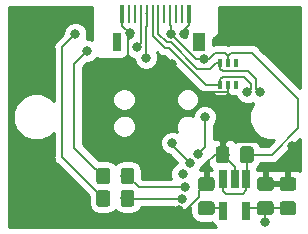
<source format=gbr>
G04 #@! TF.GenerationSoftware,KiCad,Pcbnew,(5.0.0)*
G04 #@! TF.CreationDate,2019-02-26T00:55:46+01:00*
G04 #@! TF.ProjectId,OpenThermalCamera,4F70656E546865726D616C43616D6572,rev?*
G04 #@! TF.SameCoordinates,Original*
G04 #@! TF.FileFunction,Copper,L1,Top,Signal*
G04 #@! TF.FilePolarity,Positive*
%FSLAX46Y46*%
G04 Gerber Fmt 4.6, Leading zero omitted, Abs format (unit mm)*
G04 Created by KiCad (PCBNEW (5.0.0)) date 02/26/19 00:55:46*
%MOMM*%
%LPD*%
G01*
G04 APERTURE LIST*
G04 #@! TA.AperFunction,ComponentPad*
%ADD10R,0.700000X1.500000*%
G04 #@! TD*
G04 #@! TA.AperFunction,ComponentPad*
%ADD11R,1.000000X1.500000*%
G04 #@! TD*
G04 #@! TA.AperFunction,SMDPad,CuDef*
%ADD12R,0.410000X1.550000*%
G04 #@! TD*
G04 #@! TA.AperFunction,SMDPad,CuDef*
%ADD13R,0.260000X1.550000*%
G04 #@! TD*
G04 #@! TA.AperFunction,Conductor*
%ADD14C,0.100000*%
G04 #@! TD*
G04 #@! TA.AperFunction,SMDPad,CuDef*
%ADD15C,1.150000*%
G04 #@! TD*
G04 #@! TA.AperFunction,SMDPad,CuDef*
%ADD16R,0.650000X1.560000*%
G04 #@! TD*
G04 #@! TA.AperFunction,SMDPad,CuDef*
%ADD17R,0.400000X0.650000*%
G04 #@! TD*
G04 #@! TA.AperFunction,ViaPad*
%ADD18C,0.800000*%
G04 #@! TD*
G04 #@! TA.AperFunction,Conductor*
%ADD19C,0.200000*%
G04 #@! TD*
G04 #@! TA.AperFunction,Conductor*
%ADD20C,0.254000*%
G04 #@! TD*
G04 APERTURE END LIST*
D10*
G04 #@! TO.P,J2,S1*
G04 #@! TO.N,N/C*
X36800000Y-30700000D03*
D11*
X43825000Y-30700000D03*
D12*
G04 #@! TO.P,J2,A1*
G04 #@! TO.N,GND*
X37275000Y-28300000D03*
G04 #@! TO.P,J2,A12*
X42925000Y-28300000D03*
D13*
G04 #@! TO.P,J2,A11*
G04 #@! TO.N,Net-(J2-PadA11)*
X42350000Y-28300000D03*
G04 #@! TO.P,J2,A10*
G04 #@! TO.N,Net-(J2-PadA10)*
X41850000Y-28300000D03*
G04 #@! TO.P,J2,A9*
G04 #@! TO.N,+5V*
X41350000Y-28300000D03*
G04 #@! TO.P,J2,A8*
G04 #@! TO.N,Net-(J2-PadA8)*
X40850000Y-28300000D03*
G04 #@! TO.P,J2,A7*
G04 #@! TO.N,/USB_N*
X40350000Y-28300000D03*
G04 #@! TO.P,J2,A6*
G04 #@! TO.N,/USB_P*
X39850000Y-28300000D03*
G04 #@! TO.P,J2,A5*
G04 #@! TO.N,Net-(J2-PadA5)*
X39350000Y-28300000D03*
G04 #@! TO.P,J2,A4*
G04 #@! TO.N,+5V*
X38850000Y-28300000D03*
G04 #@! TO.P,J2,A3*
G04 #@! TO.N,Net-(J2-PadA3)*
X38350000Y-28300000D03*
G04 #@! TO.P,J2,A2*
G04 #@! TO.N,Net-(J2-PadA2)*
X37850000Y-28300000D03*
G04 #@! TD*
D14*
G04 #@! TO.N,GND*
G04 #@! TO.C,C6*
G36*
X51774505Y-42101204D02*
X51798773Y-42104804D01*
X51822572Y-42110765D01*
X51845671Y-42119030D01*
X51867850Y-42129520D01*
X51888893Y-42142132D01*
X51908599Y-42156747D01*
X51926777Y-42173223D01*
X51943253Y-42191401D01*
X51957868Y-42211107D01*
X51970480Y-42232150D01*
X51980970Y-42254329D01*
X51989235Y-42277428D01*
X51995196Y-42301227D01*
X51998796Y-42325495D01*
X52000000Y-42349999D01*
X52000000Y-43000001D01*
X51998796Y-43024505D01*
X51995196Y-43048773D01*
X51989235Y-43072572D01*
X51980970Y-43095671D01*
X51970480Y-43117850D01*
X51957868Y-43138893D01*
X51943253Y-43158599D01*
X51926777Y-43176777D01*
X51908599Y-43193253D01*
X51888893Y-43207868D01*
X51867850Y-43220480D01*
X51845671Y-43230970D01*
X51822572Y-43239235D01*
X51798773Y-43245196D01*
X51774505Y-43248796D01*
X51750001Y-43250000D01*
X50849999Y-43250000D01*
X50825495Y-43248796D01*
X50801227Y-43245196D01*
X50777428Y-43239235D01*
X50754329Y-43230970D01*
X50732150Y-43220480D01*
X50711107Y-43207868D01*
X50691401Y-43193253D01*
X50673223Y-43176777D01*
X50656747Y-43158599D01*
X50642132Y-43138893D01*
X50629520Y-43117850D01*
X50619030Y-43095671D01*
X50610765Y-43072572D01*
X50604804Y-43048773D01*
X50601204Y-43024505D01*
X50600000Y-43000001D01*
X50600000Y-42349999D01*
X50601204Y-42325495D01*
X50604804Y-42301227D01*
X50610765Y-42277428D01*
X50619030Y-42254329D01*
X50629520Y-42232150D01*
X50642132Y-42211107D01*
X50656747Y-42191401D01*
X50673223Y-42173223D01*
X50691401Y-42156747D01*
X50711107Y-42142132D01*
X50732150Y-42129520D01*
X50754329Y-42119030D01*
X50777428Y-42110765D01*
X50801227Y-42104804D01*
X50825495Y-42101204D01*
X50849999Y-42100000D01*
X51750001Y-42100000D01*
X51774505Y-42101204D01*
X51774505Y-42101204D01*
G37*
D15*
G04 #@! TD*
G04 #@! TO.P,C6,2*
G04 #@! TO.N,GND*
X51300000Y-42675000D03*
D14*
G04 #@! TO.N,+3V3*
G04 #@! TO.C,C6*
G36*
X51774505Y-44151204D02*
X51798773Y-44154804D01*
X51822572Y-44160765D01*
X51845671Y-44169030D01*
X51867850Y-44179520D01*
X51888893Y-44192132D01*
X51908599Y-44206747D01*
X51926777Y-44223223D01*
X51943253Y-44241401D01*
X51957868Y-44261107D01*
X51970480Y-44282150D01*
X51980970Y-44304329D01*
X51989235Y-44327428D01*
X51995196Y-44351227D01*
X51998796Y-44375495D01*
X52000000Y-44399999D01*
X52000000Y-45050001D01*
X51998796Y-45074505D01*
X51995196Y-45098773D01*
X51989235Y-45122572D01*
X51980970Y-45145671D01*
X51970480Y-45167850D01*
X51957868Y-45188893D01*
X51943253Y-45208599D01*
X51926777Y-45226777D01*
X51908599Y-45243253D01*
X51888893Y-45257868D01*
X51867850Y-45270480D01*
X51845671Y-45280970D01*
X51822572Y-45289235D01*
X51798773Y-45295196D01*
X51774505Y-45298796D01*
X51750001Y-45300000D01*
X50849999Y-45300000D01*
X50825495Y-45298796D01*
X50801227Y-45295196D01*
X50777428Y-45289235D01*
X50754329Y-45280970D01*
X50732150Y-45270480D01*
X50711107Y-45257868D01*
X50691401Y-45243253D01*
X50673223Y-45226777D01*
X50656747Y-45208599D01*
X50642132Y-45188893D01*
X50629520Y-45167850D01*
X50619030Y-45145671D01*
X50610765Y-45122572D01*
X50604804Y-45098773D01*
X50601204Y-45074505D01*
X50600000Y-45050001D01*
X50600000Y-44399999D01*
X50601204Y-44375495D01*
X50604804Y-44351227D01*
X50610765Y-44327428D01*
X50619030Y-44304329D01*
X50629520Y-44282150D01*
X50642132Y-44261107D01*
X50656747Y-44241401D01*
X50673223Y-44223223D01*
X50691401Y-44206747D01*
X50711107Y-44192132D01*
X50732150Y-44179520D01*
X50754329Y-44169030D01*
X50777428Y-44160765D01*
X50801227Y-44154804D01*
X50825495Y-44151204D01*
X50849999Y-44150000D01*
X51750001Y-44150000D01*
X51774505Y-44151204D01*
X51774505Y-44151204D01*
G37*
D15*
G04 #@! TD*
G04 #@! TO.P,C6,1*
G04 #@! TO.N,+3V3*
X51300000Y-44725000D03*
D14*
G04 #@! TO.N,GND*
G04 #@! TO.C,C3*
G36*
X46124505Y-39501204D02*
X46148773Y-39504804D01*
X46172572Y-39510765D01*
X46195671Y-39519030D01*
X46217850Y-39529520D01*
X46238893Y-39542132D01*
X46258599Y-39556747D01*
X46276777Y-39573223D01*
X46293253Y-39591401D01*
X46307868Y-39611107D01*
X46320480Y-39632150D01*
X46330970Y-39654329D01*
X46339235Y-39677428D01*
X46345196Y-39701227D01*
X46348796Y-39725495D01*
X46350000Y-39749999D01*
X46350000Y-40650001D01*
X46348796Y-40674505D01*
X46345196Y-40698773D01*
X46339235Y-40722572D01*
X46330970Y-40745671D01*
X46320480Y-40767850D01*
X46307868Y-40788893D01*
X46293253Y-40808599D01*
X46276777Y-40826777D01*
X46258599Y-40843253D01*
X46238893Y-40857868D01*
X46217850Y-40870480D01*
X46195671Y-40880970D01*
X46172572Y-40889235D01*
X46148773Y-40895196D01*
X46124505Y-40898796D01*
X46100001Y-40900000D01*
X45449999Y-40900000D01*
X45425495Y-40898796D01*
X45401227Y-40895196D01*
X45377428Y-40889235D01*
X45354329Y-40880970D01*
X45332150Y-40870480D01*
X45311107Y-40857868D01*
X45291401Y-40843253D01*
X45273223Y-40826777D01*
X45256747Y-40808599D01*
X45242132Y-40788893D01*
X45229520Y-40767850D01*
X45219030Y-40745671D01*
X45210765Y-40722572D01*
X45204804Y-40698773D01*
X45201204Y-40674505D01*
X45200000Y-40650001D01*
X45200000Y-39749999D01*
X45201204Y-39725495D01*
X45204804Y-39701227D01*
X45210765Y-39677428D01*
X45219030Y-39654329D01*
X45229520Y-39632150D01*
X45242132Y-39611107D01*
X45256747Y-39591401D01*
X45273223Y-39573223D01*
X45291401Y-39556747D01*
X45311107Y-39542132D01*
X45332150Y-39529520D01*
X45354329Y-39519030D01*
X45377428Y-39510765D01*
X45401227Y-39504804D01*
X45425495Y-39501204D01*
X45449999Y-39500000D01*
X46100001Y-39500000D01*
X46124505Y-39501204D01*
X46124505Y-39501204D01*
G37*
D15*
G04 #@! TD*
G04 #@! TO.P,C3,2*
G04 #@! TO.N,GND*
X45775000Y-40200000D03*
D14*
G04 #@! TO.N,+5V*
G04 #@! TO.C,C3*
G36*
X48174505Y-39501204D02*
X48198773Y-39504804D01*
X48222572Y-39510765D01*
X48245671Y-39519030D01*
X48267850Y-39529520D01*
X48288893Y-39542132D01*
X48308599Y-39556747D01*
X48326777Y-39573223D01*
X48343253Y-39591401D01*
X48357868Y-39611107D01*
X48370480Y-39632150D01*
X48380970Y-39654329D01*
X48389235Y-39677428D01*
X48395196Y-39701227D01*
X48398796Y-39725495D01*
X48400000Y-39749999D01*
X48400000Y-40650001D01*
X48398796Y-40674505D01*
X48395196Y-40698773D01*
X48389235Y-40722572D01*
X48380970Y-40745671D01*
X48370480Y-40767850D01*
X48357868Y-40788893D01*
X48343253Y-40808599D01*
X48326777Y-40826777D01*
X48308599Y-40843253D01*
X48288893Y-40857868D01*
X48267850Y-40870480D01*
X48245671Y-40880970D01*
X48222572Y-40889235D01*
X48198773Y-40895196D01*
X48174505Y-40898796D01*
X48150001Y-40900000D01*
X47499999Y-40900000D01*
X47475495Y-40898796D01*
X47451227Y-40895196D01*
X47427428Y-40889235D01*
X47404329Y-40880970D01*
X47382150Y-40870480D01*
X47361107Y-40857868D01*
X47341401Y-40843253D01*
X47323223Y-40826777D01*
X47306747Y-40808599D01*
X47292132Y-40788893D01*
X47279520Y-40767850D01*
X47269030Y-40745671D01*
X47260765Y-40722572D01*
X47254804Y-40698773D01*
X47251204Y-40674505D01*
X47250000Y-40650001D01*
X47250000Y-39749999D01*
X47251204Y-39725495D01*
X47254804Y-39701227D01*
X47260765Y-39677428D01*
X47269030Y-39654329D01*
X47279520Y-39632150D01*
X47292132Y-39611107D01*
X47306747Y-39591401D01*
X47323223Y-39573223D01*
X47341401Y-39556747D01*
X47361107Y-39542132D01*
X47382150Y-39529520D01*
X47404329Y-39519030D01*
X47427428Y-39510765D01*
X47451227Y-39504804D01*
X47475495Y-39501204D01*
X47499999Y-39500000D01*
X48150001Y-39500000D01*
X48174505Y-39501204D01*
X48174505Y-39501204D01*
G37*
D15*
G04 #@! TD*
G04 #@! TO.P,C3,1*
G04 #@! TO.N,+5V*
X47825000Y-40200000D03*
D14*
G04 #@! TO.N,GND*
G04 #@! TO.C,C2*
G36*
X44874505Y-42101204D02*
X44898773Y-42104804D01*
X44922572Y-42110765D01*
X44945671Y-42119030D01*
X44967850Y-42129520D01*
X44988893Y-42142132D01*
X45008599Y-42156747D01*
X45026777Y-42173223D01*
X45043253Y-42191401D01*
X45057868Y-42211107D01*
X45070480Y-42232150D01*
X45080970Y-42254329D01*
X45089235Y-42277428D01*
X45095196Y-42301227D01*
X45098796Y-42325495D01*
X45100000Y-42349999D01*
X45100000Y-43000001D01*
X45098796Y-43024505D01*
X45095196Y-43048773D01*
X45089235Y-43072572D01*
X45080970Y-43095671D01*
X45070480Y-43117850D01*
X45057868Y-43138893D01*
X45043253Y-43158599D01*
X45026777Y-43176777D01*
X45008599Y-43193253D01*
X44988893Y-43207868D01*
X44967850Y-43220480D01*
X44945671Y-43230970D01*
X44922572Y-43239235D01*
X44898773Y-43245196D01*
X44874505Y-43248796D01*
X44850001Y-43250000D01*
X43949999Y-43250000D01*
X43925495Y-43248796D01*
X43901227Y-43245196D01*
X43877428Y-43239235D01*
X43854329Y-43230970D01*
X43832150Y-43220480D01*
X43811107Y-43207868D01*
X43791401Y-43193253D01*
X43773223Y-43176777D01*
X43756747Y-43158599D01*
X43742132Y-43138893D01*
X43729520Y-43117850D01*
X43719030Y-43095671D01*
X43710765Y-43072572D01*
X43704804Y-43048773D01*
X43701204Y-43024505D01*
X43700000Y-43000001D01*
X43700000Y-42349999D01*
X43701204Y-42325495D01*
X43704804Y-42301227D01*
X43710765Y-42277428D01*
X43719030Y-42254329D01*
X43729520Y-42232150D01*
X43742132Y-42211107D01*
X43756747Y-42191401D01*
X43773223Y-42173223D01*
X43791401Y-42156747D01*
X43811107Y-42142132D01*
X43832150Y-42129520D01*
X43854329Y-42119030D01*
X43877428Y-42110765D01*
X43901227Y-42104804D01*
X43925495Y-42101204D01*
X43949999Y-42100000D01*
X44850001Y-42100000D01*
X44874505Y-42101204D01*
X44874505Y-42101204D01*
G37*
D15*
G04 #@! TD*
G04 #@! TO.P,C2,2*
G04 #@! TO.N,GND*
X44400000Y-42675000D03*
D14*
G04 #@! TO.N,Net-(C2-Pad1)*
G04 #@! TO.C,C2*
G36*
X44874505Y-44151204D02*
X44898773Y-44154804D01*
X44922572Y-44160765D01*
X44945671Y-44169030D01*
X44967850Y-44179520D01*
X44988893Y-44192132D01*
X45008599Y-44206747D01*
X45026777Y-44223223D01*
X45043253Y-44241401D01*
X45057868Y-44261107D01*
X45070480Y-44282150D01*
X45080970Y-44304329D01*
X45089235Y-44327428D01*
X45095196Y-44351227D01*
X45098796Y-44375495D01*
X45100000Y-44399999D01*
X45100000Y-45050001D01*
X45098796Y-45074505D01*
X45095196Y-45098773D01*
X45089235Y-45122572D01*
X45080970Y-45145671D01*
X45070480Y-45167850D01*
X45057868Y-45188893D01*
X45043253Y-45208599D01*
X45026777Y-45226777D01*
X45008599Y-45243253D01*
X44988893Y-45257868D01*
X44967850Y-45270480D01*
X44945671Y-45280970D01*
X44922572Y-45289235D01*
X44898773Y-45295196D01*
X44874505Y-45298796D01*
X44850001Y-45300000D01*
X43949999Y-45300000D01*
X43925495Y-45298796D01*
X43901227Y-45295196D01*
X43877428Y-45289235D01*
X43854329Y-45280970D01*
X43832150Y-45270480D01*
X43811107Y-45257868D01*
X43791401Y-45243253D01*
X43773223Y-45226777D01*
X43756747Y-45208599D01*
X43742132Y-45188893D01*
X43729520Y-45167850D01*
X43719030Y-45145671D01*
X43710765Y-45122572D01*
X43704804Y-45098773D01*
X43701204Y-45074505D01*
X43700000Y-45050001D01*
X43700000Y-44399999D01*
X43701204Y-44375495D01*
X43704804Y-44351227D01*
X43710765Y-44327428D01*
X43719030Y-44304329D01*
X43729520Y-44282150D01*
X43742132Y-44261107D01*
X43756747Y-44241401D01*
X43773223Y-44223223D01*
X43791401Y-44206747D01*
X43811107Y-44192132D01*
X43832150Y-44179520D01*
X43854329Y-44169030D01*
X43877428Y-44160765D01*
X43901227Y-44154804D01*
X43925495Y-44151204D01*
X43949999Y-44150000D01*
X44850001Y-44150000D01*
X44874505Y-44151204D01*
X44874505Y-44151204D01*
G37*
D15*
G04 #@! TD*
G04 #@! TO.P,C2,1*
G04 #@! TO.N,Net-(C2-Pad1)*
X44400000Y-44725000D03*
D14*
G04 #@! TO.N,+3V3*
G04 #@! TO.C,C1*
G36*
X49874505Y-44151204D02*
X49898773Y-44154804D01*
X49922572Y-44160765D01*
X49945671Y-44169030D01*
X49967850Y-44179520D01*
X49988893Y-44192132D01*
X50008599Y-44206747D01*
X50026777Y-44223223D01*
X50043253Y-44241401D01*
X50057868Y-44261107D01*
X50070480Y-44282150D01*
X50080970Y-44304329D01*
X50089235Y-44327428D01*
X50095196Y-44351227D01*
X50098796Y-44375495D01*
X50100000Y-44399999D01*
X50100000Y-45050001D01*
X50098796Y-45074505D01*
X50095196Y-45098773D01*
X50089235Y-45122572D01*
X50080970Y-45145671D01*
X50070480Y-45167850D01*
X50057868Y-45188893D01*
X50043253Y-45208599D01*
X50026777Y-45226777D01*
X50008599Y-45243253D01*
X49988893Y-45257868D01*
X49967850Y-45270480D01*
X49945671Y-45280970D01*
X49922572Y-45289235D01*
X49898773Y-45295196D01*
X49874505Y-45298796D01*
X49850001Y-45300000D01*
X48949999Y-45300000D01*
X48925495Y-45298796D01*
X48901227Y-45295196D01*
X48877428Y-45289235D01*
X48854329Y-45280970D01*
X48832150Y-45270480D01*
X48811107Y-45257868D01*
X48791401Y-45243253D01*
X48773223Y-45226777D01*
X48756747Y-45208599D01*
X48742132Y-45188893D01*
X48729520Y-45167850D01*
X48719030Y-45145671D01*
X48710765Y-45122572D01*
X48704804Y-45098773D01*
X48701204Y-45074505D01*
X48700000Y-45050001D01*
X48700000Y-44399999D01*
X48701204Y-44375495D01*
X48704804Y-44351227D01*
X48710765Y-44327428D01*
X48719030Y-44304329D01*
X48729520Y-44282150D01*
X48742132Y-44261107D01*
X48756747Y-44241401D01*
X48773223Y-44223223D01*
X48791401Y-44206747D01*
X48811107Y-44192132D01*
X48832150Y-44179520D01*
X48854329Y-44169030D01*
X48877428Y-44160765D01*
X48901227Y-44154804D01*
X48925495Y-44151204D01*
X48949999Y-44150000D01*
X49850001Y-44150000D01*
X49874505Y-44151204D01*
X49874505Y-44151204D01*
G37*
D15*
G04 #@! TD*
G04 #@! TO.P,C1,1*
G04 #@! TO.N,+3V3*
X49400000Y-44725000D03*
D14*
G04 #@! TO.N,GND*
G04 #@! TO.C,C1*
G36*
X49874505Y-42101204D02*
X49898773Y-42104804D01*
X49922572Y-42110765D01*
X49945671Y-42119030D01*
X49967850Y-42129520D01*
X49988893Y-42142132D01*
X50008599Y-42156747D01*
X50026777Y-42173223D01*
X50043253Y-42191401D01*
X50057868Y-42211107D01*
X50070480Y-42232150D01*
X50080970Y-42254329D01*
X50089235Y-42277428D01*
X50095196Y-42301227D01*
X50098796Y-42325495D01*
X50100000Y-42349999D01*
X50100000Y-43000001D01*
X50098796Y-43024505D01*
X50095196Y-43048773D01*
X50089235Y-43072572D01*
X50080970Y-43095671D01*
X50070480Y-43117850D01*
X50057868Y-43138893D01*
X50043253Y-43158599D01*
X50026777Y-43176777D01*
X50008599Y-43193253D01*
X49988893Y-43207868D01*
X49967850Y-43220480D01*
X49945671Y-43230970D01*
X49922572Y-43239235D01*
X49898773Y-43245196D01*
X49874505Y-43248796D01*
X49850001Y-43250000D01*
X48949999Y-43250000D01*
X48925495Y-43248796D01*
X48901227Y-43245196D01*
X48877428Y-43239235D01*
X48854329Y-43230970D01*
X48832150Y-43220480D01*
X48811107Y-43207868D01*
X48791401Y-43193253D01*
X48773223Y-43176777D01*
X48756747Y-43158599D01*
X48742132Y-43138893D01*
X48729520Y-43117850D01*
X48719030Y-43095671D01*
X48710765Y-43072572D01*
X48704804Y-43048773D01*
X48701204Y-43024505D01*
X48700000Y-43000001D01*
X48700000Y-42349999D01*
X48701204Y-42325495D01*
X48704804Y-42301227D01*
X48710765Y-42277428D01*
X48719030Y-42254329D01*
X48729520Y-42232150D01*
X48742132Y-42211107D01*
X48756747Y-42191401D01*
X48773223Y-42173223D01*
X48791401Y-42156747D01*
X48811107Y-42142132D01*
X48832150Y-42129520D01*
X48854329Y-42119030D01*
X48877428Y-42110765D01*
X48901227Y-42104804D01*
X48925495Y-42101204D01*
X48949999Y-42100000D01*
X49850001Y-42100000D01*
X49874505Y-42101204D01*
X49874505Y-42101204D01*
G37*
D15*
G04 #@! TD*
G04 #@! TO.P,C1,2*
G04 #@! TO.N,GND*
X49400000Y-42675000D03*
D16*
G04 #@! TO.P,U2,1*
G04 #@! TO.N,+5V*
X47750000Y-42250000D03*
G04 #@! TO.P,U2,2*
G04 #@! TO.N,GND*
X46800000Y-42250000D03*
G04 #@! TO.P,U2,3*
G04 #@! TO.N,+5V*
X45850000Y-42250000D03*
G04 #@! TO.P,U2,4*
G04 #@! TO.N,Net-(C2-Pad1)*
X45850000Y-44950000D03*
G04 #@! TO.P,U2,5*
G04 #@! TO.N,+3V3*
X47750000Y-44950000D03*
G04 #@! TD*
D17*
G04 #@! TO.P,U4,1*
G04 #@! TO.N,/USB_P*
X45600000Y-34300000D03*
G04 #@! TO.P,U4,3*
G04 #@! TO.N,Net-(U4-Pad3)*
X46900000Y-34300000D03*
G04 #@! TO.P,U4,5*
G04 #@! TO.N,+5V*
X46250000Y-32400000D03*
G04 #@! TO.P,U4,2*
G04 #@! TO.N,GND*
X46250000Y-34300000D03*
G04 #@! TO.P,U4,4*
G04 #@! TO.N,Net-(U4-Pad4)*
X46900000Y-32400000D03*
G04 #@! TO.P,U4,6*
G04 #@! TO.N,/USB_N*
X45600000Y-32400000D03*
G04 #@! TD*
D14*
G04 #@! TO.N,/RED_LED*
G04 #@! TO.C,R5*
G36*
X38074505Y-43201204D02*
X38098773Y-43204804D01*
X38122572Y-43210765D01*
X38145671Y-43219030D01*
X38167850Y-43229520D01*
X38188893Y-43242132D01*
X38208599Y-43256747D01*
X38226777Y-43273223D01*
X38243253Y-43291401D01*
X38257868Y-43311107D01*
X38270480Y-43332150D01*
X38280970Y-43354329D01*
X38289235Y-43377428D01*
X38295196Y-43401227D01*
X38298796Y-43425495D01*
X38300000Y-43449999D01*
X38300000Y-44350001D01*
X38298796Y-44374505D01*
X38295196Y-44398773D01*
X38289235Y-44422572D01*
X38280970Y-44445671D01*
X38270480Y-44467850D01*
X38257868Y-44488893D01*
X38243253Y-44508599D01*
X38226777Y-44526777D01*
X38208599Y-44543253D01*
X38188893Y-44557868D01*
X38167850Y-44570480D01*
X38145671Y-44580970D01*
X38122572Y-44589235D01*
X38098773Y-44595196D01*
X38074505Y-44598796D01*
X38050001Y-44600000D01*
X37399999Y-44600000D01*
X37375495Y-44598796D01*
X37351227Y-44595196D01*
X37327428Y-44589235D01*
X37304329Y-44580970D01*
X37282150Y-44570480D01*
X37261107Y-44557868D01*
X37241401Y-44543253D01*
X37223223Y-44526777D01*
X37206747Y-44508599D01*
X37192132Y-44488893D01*
X37179520Y-44467850D01*
X37169030Y-44445671D01*
X37160765Y-44422572D01*
X37154804Y-44398773D01*
X37151204Y-44374505D01*
X37150000Y-44350001D01*
X37150000Y-43449999D01*
X37151204Y-43425495D01*
X37154804Y-43401227D01*
X37160765Y-43377428D01*
X37169030Y-43354329D01*
X37179520Y-43332150D01*
X37192132Y-43311107D01*
X37206747Y-43291401D01*
X37223223Y-43273223D01*
X37241401Y-43256747D01*
X37261107Y-43242132D01*
X37282150Y-43229520D01*
X37304329Y-43219030D01*
X37327428Y-43210765D01*
X37351227Y-43204804D01*
X37375495Y-43201204D01*
X37399999Y-43200000D01*
X38050001Y-43200000D01*
X38074505Y-43201204D01*
X38074505Y-43201204D01*
G37*
D15*
G04 #@! TD*
G04 #@! TO.P,R5,2*
G04 #@! TO.N,/RED_LED*
X37725000Y-43900000D03*
D14*
G04 #@! TO.N,Net-(D1-Pad1)*
G04 #@! TO.C,R5*
G36*
X36024505Y-43201204D02*
X36048773Y-43204804D01*
X36072572Y-43210765D01*
X36095671Y-43219030D01*
X36117850Y-43229520D01*
X36138893Y-43242132D01*
X36158599Y-43256747D01*
X36176777Y-43273223D01*
X36193253Y-43291401D01*
X36207868Y-43311107D01*
X36220480Y-43332150D01*
X36230970Y-43354329D01*
X36239235Y-43377428D01*
X36245196Y-43401227D01*
X36248796Y-43425495D01*
X36250000Y-43449999D01*
X36250000Y-44350001D01*
X36248796Y-44374505D01*
X36245196Y-44398773D01*
X36239235Y-44422572D01*
X36230970Y-44445671D01*
X36220480Y-44467850D01*
X36207868Y-44488893D01*
X36193253Y-44508599D01*
X36176777Y-44526777D01*
X36158599Y-44543253D01*
X36138893Y-44557868D01*
X36117850Y-44570480D01*
X36095671Y-44580970D01*
X36072572Y-44589235D01*
X36048773Y-44595196D01*
X36024505Y-44598796D01*
X36000001Y-44600000D01*
X35349999Y-44600000D01*
X35325495Y-44598796D01*
X35301227Y-44595196D01*
X35277428Y-44589235D01*
X35254329Y-44580970D01*
X35232150Y-44570480D01*
X35211107Y-44557868D01*
X35191401Y-44543253D01*
X35173223Y-44526777D01*
X35156747Y-44508599D01*
X35142132Y-44488893D01*
X35129520Y-44467850D01*
X35119030Y-44445671D01*
X35110765Y-44422572D01*
X35104804Y-44398773D01*
X35101204Y-44374505D01*
X35100000Y-44350001D01*
X35100000Y-43449999D01*
X35101204Y-43425495D01*
X35104804Y-43401227D01*
X35110765Y-43377428D01*
X35119030Y-43354329D01*
X35129520Y-43332150D01*
X35142132Y-43311107D01*
X35156747Y-43291401D01*
X35173223Y-43273223D01*
X35191401Y-43256747D01*
X35211107Y-43242132D01*
X35232150Y-43229520D01*
X35254329Y-43219030D01*
X35277428Y-43210765D01*
X35301227Y-43204804D01*
X35325495Y-43201204D01*
X35349999Y-43200000D01*
X36000001Y-43200000D01*
X36024505Y-43201204D01*
X36024505Y-43201204D01*
G37*
D15*
G04 #@! TD*
G04 #@! TO.P,R5,1*
G04 #@! TO.N,Net-(D1-Pad1)*
X35675000Y-43900000D03*
D14*
G04 #@! TO.N,/BLUE_LED*
G04 #@! TO.C,R6*
G36*
X38074505Y-41301204D02*
X38098773Y-41304804D01*
X38122572Y-41310765D01*
X38145671Y-41319030D01*
X38167850Y-41329520D01*
X38188893Y-41342132D01*
X38208599Y-41356747D01*
X38226777Y-41373223D01*
X38243253Y-41391401D01*
X38257868Y-41411107D01*
X38270480Y-41432150D01*
X38280970Y-41454329D01*
X38289235Y-41477428D01*
X38295196Y-41501227D01*
X38298796Y-41525495D01*
X38300000Y-41549999D01*
X38300000Y-42450001D01*
X38298796Y-42474505D01*
X38295196Y-42498773D01*
X38289235Y-42522572D01*
X38280970Y-42545671D01*
X38270480Y-42567850D01*
X38257868Y-42588893D01*
X38243253Y-42608599D01*
X38226777Y-42626777D01*
X38208599Y-42643253D01*
X38188893Y-42657868D01*
X38167850Y-42670480D01*
X38145671Y-42680970D01*
X38122572Y-42689235D01*
X38098773Y-42695196D01*
X38074505Y-42698796D01*
X38050001Y-42700000D01*
X37399999Y-42700000D01*
X37375495Y-42698796D01*
X37351227Y-42695196D01*
X37327428Y-42689235D01*
X37304329Y-42680970D01*
X37282150Y-42670480D01*
X37261107Y-42657868D01*
X37241401Y-42643253D01*
X37223223Y-42626777D01*
X37206747Y-42608599D01*
X37192132Y-42588893D01*
X37179520Y-42567850D01*
X37169030Y-42545671D01*
X37160765Y-42522572D01*
X37154804Y-42498773D01*
X37151204Y-42474505D01*
X37150000Y-42450001D01*
X37150000Y-41549999D01*
X37151204Y-41525495D01*
X37154804Y-41501227D01*
X37160765Y-41477428D01*
X37169030Y-41454329D01*
X37179520Y-41432150D01*
X37192132Y-41411107D01*
X37206747Y-41391401D01*
X37223223Y-41373223D01*
X37241401Y-41356747D01*
X37261107Y-41342132D01*
X37282150Y-41329520D01*
X37304329Y-41319030D01*
X37327428Y-41310765D01*
X37351227Y-41304804D01*
X37375495Y-41301204D01*
X37399999Y-41300000D01*
X38050001Y-41300000D01*
X38074505Y-41301204D01*
X38074505Y-41301204D01*
G37*
D15*
G04 #@! TD*
G04 #@! TO.P,R6,1*
G04 #@! TO.N,/BLUE_LED*
X37725000Y-42000000D03*
D14*
G04 #@! TO.N,Net-(D1-Pad4)*
G04 #@! TO.C,R6*
G36*
X36024505Y-41301204D02*
X36048773Y-41304804D01*
X36072572Y-41310765D01*
X36095671Y-41319030D01*
X36117850Y-41329520D01*
X36138893Y-41342132D01*
X36158599Y-41356747D01*
X36176777Y-41373223D01*
X36193253Y-41391401D01*
X36207868Y-41411107D01*
X36220480Y-41432150D01*
X36230970Y-41454329D01*
X36239235Y-41477428D01*
X36245196Y-41501227D01*
X36248796Y-41525495D01*
X36250000Y-41549999D01*
X36250000Y-42450001D01*
X36248796Y-42474505D01*
X36245196Y-42498773D01*
X36239235Y-42522572D01*
X36230970Y-42545671D01*
X36220480Y-42567850D01*
X36207868Y-42588893D01*
X36193253Y-42608599D01*
X36176777Y-42626777D01*
X36158599Y-42643253D01*
X36138893Y-42657868D01*
X36117850Y-42670480D01*
X36095671Y-42680970D01*
X36072572Y-42689235D01*
X36048773Y-42695196D01*
X36024505Y-42698796D01*
X36000001Y-42700000D01*
X35349999Y-42700000D01*
X35325495Y-42698796D01*
X35301227Y-42695196D01*
X35277428Y-42689235D01*
X35254329Y-42680970D01*
X35232150Y-42670480D01*
X35211107Y-42657868D01*
X35191401Y-42643253D01*
X35173223Y-42626777D01*
X35156747Y-42608599D01*
X35142132Y-42588893D01*
X35129520Y-42567850D01*
X35119030Y-42545671D01*
X35110765Y-42522572D01*
X35104804Y-42498773D01*
X35101204Y-42474505D01*
X35100000Y-42450001D01*
X35100000Y-41549999D01*
X35101204Y-41525495D01*
X35104804Y-41501227D01*
X35110765Y-41477428D01*
X35119030Y-41454329D01*
X35129520Y-41432150D01*
X35142132Y-41411107D01*
X35156747Y-41391401D01*
X35173223Y-41373223D01*
X35191401Y-41356747D01*
X35211107Y-41342132D01*
X35232150Y-41329520D01*
X35254329Y-41319030D01*
X35277428Y-41310765D01*
X35301227Y-41304804D01*
X35325495Y-41301204D01*
X35349999Y-41300000D01*
X36000001Y-41300000D01*
X36024505Y-41301204D01*
X36024505Y-41301204D01*
G37*
D15*
G04 #@! TD*
G04 #@! TO.P,R6,2*
G04 #@! TO.N,Net-(D1-Pad4)*
X35675000Y-42000000D03*
D18*
G04 #@! TO.N,/I2C_SCL*
X42986994Y-40877905D03*
X41500000Y-39200000D03*
G04 #@! TO.N,GND*
X51400000Y-29100000D03*
X29200000Y-45200000D03*
X34400000Y-39300000D03*
X42500000Y-30000000D03*
X41500000Y-32500000D03*
X34400000Y-28600000D03*
X28700000Y-28600000D03*
X28600000Y-33500000D03*
X51700000Y-39500000D03*
X49200000Y-39100000D03*
X42100000Y-44900000D03*
X37900000Y-29900000D03*
G04 #@! TO.N,+3V3*
X42400000Y-41800000D03*
X49400000Y-45900000D03*
G04 #@! TO.N,/I2C_SDA*
X43734307Y-40134307D03*
X44282843Y-37000000D03*
G04 #@! TO.N,+5V*
X44200000Y-32100000D03*
X41400000Y-30000000D03*
X38500010Y-31100000D03*
G04 #@! TO.N,/USB_P*
X47875000Y-34900000D03*
G04 #@! TO.N,/USB_N*
X48925000Y-34900000D03*
G04 #@! TO.N,Net-(J2-PadA5)*
X39300000Y-32000000D03*
G04 #@! TO.N,Net-(D1-Pad1)*
X33300000Y-30000000D03*
G04 #@! TO.N,/BLUE_LED*
X42563083Y-42953048D03*
G04 #@! TO.N,/RED_LED*
X42306336Y-43919539D03*
G04 #@! TO.N,Net-(D1-Pad4)*
X34300000Y-31400000D03*
G04 #@! TD*
D19*
G04 #@! TO.N,/I2C_SCL*
X42819239Y-40710150D02*
X42986994Y-40877905D01*
X42980592Y-40884307D02*
X42986994Y-40877905D01*
X42684307Y-40884307D02*
X42980592Y-40884307D01*
X42986994Y-40877905D02*
X41500000Y-39390911D01*
X41500000Y-39390911D02*
X41500000Y-39200000D01*
G04 #@! TO.N,GND*
X50975000Y-42400000D02*
X50700000Y-42675000D01*
X42925000Y-29200000D02*
X42500000Y-29625000D01*
X42925000Y-28225000D02*
X42925000Y-29200000D01*
X42500000Y-29625000D02*
X42500000Y-30000000D01*
X42400000Y-33400000D02*
X42799999Y-33799999D01*
X46250000Y-34950000D02*
X46250000Y-34300000D01*
X46250000Y-36450000D02*
X46250000Y-34300000D01*
X46250000Y-34825000D02*
X46250000Y-34300000D01*
X46149999Y-34925001D02*
X46250000Y-34825000D01*
X43925001Y-34925001D02*
X46149999Y-34925001D01*
X41500000Y-32500000D02*
X43925001Y-34925001D01*
X46800000Y-41225000D02*
X46800000Y-42250000D01*
X45775000Y-40200000D02*
X46800000Y-41225000D01*
X46250000Y-38925000D02*
X46250000Y-36450000D01*
X45775000Y-39400000D02*
X46250000Y-38925000D01*
X45775000Y-40200000D02*
X45775000Y-39400000D01*
X44400000Y-42000000D02*
X44400000Y-42675000D01*
X44400000Y-40900000D02*
X44400000Y-42000000D01*
X45100000Y-40200000D02*
X44400000Y-40900000D01*
X45775000Y-40200000D02*
X45100000Y-40200000D01*
X51300000Y-39900000D02*
X51700000Y-39500000D01*
X51300000Y-42675000D02*
X51300000Y-39900000D01*
X46700000Y-38925000D02*
X46250000Y-38925000D01*
X46875000Y-39100000D02*
X46700000Y-38925000D01*
X49200000Y-39100000D02*
X46875000Y-39100000D01*
X51300000Y-42675000D02*
X49400000Y-42675000D01*
X44400000Y-42675000D02*
X43776628Y-43298372D01*
X43776628Y-43298372D02*
X43776628Y-43789057D01*
X42665685Y-44900000D02*
X42100000Y-44900000D01*
X43776628Y-43789057D02*
X42665685Y-44900000D01*
X37275000Y-28300000D02*
X37275000Y-29275000D01*
X37275000Y-29275000D02*
X37900000Y-29900000D01*
X37900000Y-29900000D02*
X37900000Y-30200000D01*
X37900000Y-30200000D02*
X37800000Y-30300000D01*
X37800000Y-30300000D02*
X37800000Y-31900000D01*
X35600000Y-34100000D02*
X35600000Y-35953911D01*
X37800000Y-31900000D02*
X35600000Y-34100000D01*
G04 #@! TO.N,+3V3*
X50700000Y-44725000D02*
X48600000Y-44725000D01*
X47975000Y-44725000D02*
X47750000Y-44950000D01*
X49400000Y-44725000D02*
X47975000Y-44725000D01*
X42400000Y-41800000D02*
X42300000Y-41800000D01*
X49400000Y-44725000D02*
X49400000Y-45900000D01*
G04 #@! TO.N,/I2C_SDA*
X44282843Y-39585771D02*
X43734307Y-40134307D01*
X44282843Y-37000000D02*
X44282843Y-39585771D01*
G04 #@! TO.N,Net-(C2-Pad1)*
X44625000Y-44825000D02*
X44750000Y-44950000D01*
X45625000Y-44725000D02*
X45850000Y-44950000D01*
X44400000Y-44725000D02*
X45625000Y-44725000D01*
G04 #@! TO.N,+5V*
X45100000Y-31600000D02*
X45975000Y-31600000D01*
X41350000Y-28225000D02*
X41350000Y-29200000D01*
X41350000Y-29200000D02*
X41400000Y-29250000D01*
X41400000Y-29250000D02*
X41400000Y-30000000D01*
X45975000Y-31600000D02*
X46250000Y-31875000D01*
X41400000Y-30000000D02*
X43500000Y-32100000D01*
X43500000Y-32100000D02*
X44600000Y-32100000D01*
X46250000Y-31875000D02*
X46250000Y-32400000D01*
X44600000Y-32100000D02*
X45100000Y-31600000D01*
X44200000Y-32100000D02*
X44600000Y-32100000D01*
X47750000Y-43230000D02*
X47480000Y-43500000D01*
X47750000Y-42250000D02*
X47750000Y-43230000D01*
X47480000Y-43500000D02*
X46100000Y-43500000D01*
X45850000Y-43250000D02*
X45850000Y-42700010D01*
X46100000Y-43500000D02*
X45850000Y-43250000D01*
X47825000Y-42175000D02*
X47750000Y-42250000D01*
X47825000Y-40200000D02*
X47825000Y-42175000D01*
X46250000Y-31850000D02*
X46500000Y-31600000D01*
X52200000Y-37963996D02*
X49963996Y-40200000D01*
X48500000Y-40200000D02*
X47825000Y-40200000D01*
X52200000Y-35500000D02*
X52200000Y-37963996D01*
X48300000Y-31600000D02*
X52200000Y-35500000D01*
X46500000Y-31600000D02*
X48300000Y-31600000D01*
X46250000Y-31875000D02*
X46250000Y-31850000D01*
X49963996Y-40200000D02*
X48500000Y-40200000D01*
X38850000Y-28300000D02*
X38850000Y-30750010D01*
X38850000Y-30750010D02*
X38500010Y-31100000D01*
G04 #@! TO.N,/USB_P*
X39850000Y-28870000D02*
X39869999Y-28889999D01*
X48175000Y-34175000D02*
X48175000Y-34600000D01*
X47600000Y-33600000D02*
X48175000Y-34175000D01*
X45775000Y-33600000D02*
X47600000Y-33600000D01*
X45600000Y-33775000D02*
X45775000Y-33600000D01*
X45600000Y-34300000D02*
X45600000Y-33775000D01*
X48175000Y-34600000D02*
X47875000Y-34900000D01*
X44381790Y-34300000D02*
X45200000Y-34300000D01*
X45200000Y-34300000D02*
X45600000Y-34300000D01*
X41231802Y-31150012D02*
X44381790Y-34300000D01*
X39850000Y-30122413D02*
X40877599Y-31150012D01*
X40877599Y-31150012D02*
X41231802Y-31150012D01*
X39850000Y-28225000D02*
X39850000Y-30122413D01*
G04 #@! TO.N,/USB_N*
X40350000Y-28870000D02*
X40330001Y-28889999D01*
X48625000Y-34600000D02*
X48925000Y-34900000D01*
X48625000Y-33825000D02*
X48625000Y-34600000D01*
X45600000Y-32400000D02*
X45600000Y-32925000D01*
X45600000Y-32925000D02*
X45775000Y-33100000D01*
X45775000Y-33100000D02*
X47900000Y-33100000D01*
X47900000Y-33100000D02*
X48625000Y-33825000D01*
X41063999Y-30700001D02*
X41418201Y-30700001D01*
X40350000Y-29986002D02*
X41063999Y-30700001D01*
X43643200Y-32925000D02*
X44675000Y-32925000D01*
X44675000Y-32925000D02*
X45200000Y-32400000D01*
X40350000Y-28225000D02*
X40350000Y-29986002D01*
X45200000Y-32400000D02*
X45600000Y-32400000D01*
X41418201Y-30700001D02*
X43643200Y-32925000D01*
G04 #@! TO.N,Net-(J2-PadA5)*
X39337939Y-28237061D02*
X39350000Y-28225000D01*
X39350000Y-29275000D02*
X39300000Y-29325000D01*
X39350000Y-28300000D02*
X39350000Y-29275000D01*
X39300000Y-29325000D02*
X39300000Y-32000000D01*
G04 #@! TO.N,Net-(D1-Pad1)*
X35675000Y-43900000D02*
X32200000Y-40425000D01*
X32200000Y-40425000D02*
X32200000Y-31100000D01*
X32200000Y-31100000D02*
X33300000Y-30000000D01*
G04 #@! TO.N,/BLUE_LED*
X38678048Y-42953048D02*
X37725000Y-42000000D01*
X42563083Y-42953048D02*
X38678048Y-42953048D01*
G04 #@! TO.N,/RED_LED*
X37744539Y-43919539D02*
X37725000Y-43900000D01*
X42306336Y-43919539D02*
X37744539Y-43919539D01*
G04 #@! TO.N,Net-(D1-Pad4)*
X35051628Y-41376628D02*
X34976628Y-41376628D01*
X35675000Y-42000000D02*
X35051628Y-41376628D01*
X34976628Y-41376628D02*
X33200000Y-39600000D01*
X33200000Y-39600000D02*
X33200000Y-32500000D01*
X33200000Y-32500000D02*
X34300000Y-31400000D01*
G04 #@! TD*
D20*
G04 #@! TO.N,GND*
G36*
X34715000Y-30451623D02*
X34505874Y-30365000D01*
X34269088Y-30365000D01*
X34335000Y-30205874D01*
X34335000Y-29794126D01*
X34177431Y-29413720D01*
X33886280Y-29122569D01*
X33505874Y-28965000D01*
X33094126Y-28965000D01*
X32713720Y-29122569D01*
X32422569Y-29413720D01*
X32265000Y-29794126D01*
X32265000Y-29995553D01*
X31731463Y-30529091D01*
X31670096Y-30570095D01*
X31629092Y-30631462D01*
X31629091Y-30631463D01*
X31507646Y-30813218D01*
X31450602Y-31100000D01*
X31465001Y-31172389D01*
X31465001Y-35657788D01*
X31124412Y-35317199D01*
X30394841Y-35015000D01*
X29605159Y-35015000D01*
X28875588Y-35317199D01*
X28317199Y-35875588D01*
X28015000Y-36605159D01*
X28015000Y-37394841D01*
X28317199Y-38124412D01*
X28875588Y-38682801D01*
X29605159Y-38985000D01*
X30394841Y-38985000D01*
X31124412Y-38682801D01*
X31465000Y-38342213D01*
X31465000Y-40352616D01*
X31450602Y-40425000D01*
X31465000Y-40497384D01*
X31465000Y-40497387D01*
X31507646Y-40711782D01*
X31670095Y-40954905D01*
X31731465Y-40995911D01*
X34452560Y-43717007D01*
X34452560Y-44350001D01*
X34520873Y-44693436D01*
X34715414Y-44984586D01*
X35006564Y-45179127D01*
X35349999Y-45247440D01*
X36000001Y-45247440D01*
X36343436Y-45179127D01*
X36634586Y-44984586D01*
X36700000Y-44886687D01*
X36765414Y-44984586D01*
X37056564Y-45179127D01*
X37399999Y-45247440D01*
X38050001Y-45247440D01*
X38393436Y-45179127D01*
X38684586Y-44984586D01*
X38879127Y-44693436D01*
X38886864Y-44654539D01*
X41577625Y-44654539D01*
X41720056Y-44796970D01*
X42100462Y-44954539D01*
X42512210Y-44954539D01*
X42892616Y-44796970D01*
X43052560Y-44637026D01*
X43052560Y-45050001D01*
X43120873Y-45393436D01*
X43315414Y-45684586D01*
X43606564Y-45879127D01*
X43949999Y-45947440D01*
X44850001Y-45947440D01*
X44918116Y-45933891D01*
X44926843Y-45977765D01*
X45067191Y-46187809D01*
X45257544Y-46315000D01*
X27685000Y-46315000D01*
X27685000Y-27685000D01*
X34715001Y-27685000D01*
X34715000Y-30451623D01*
X34715000Y-30451623D01*
G37*
X34715000Y-30451623D02*
X34505874Y-30365000D01*
X34269088Y-30365000D01*
X34335000Y-30205874D01*
X34335000Y-29794126D01*
X34177431Y-29413720D01*
X33886280Y-29122569D01*
X33505874Y-28965000D01*
X33094126Y-28965000D01*
X32713720Y-29122569D01*
X32422569Y-29413720D01*
X32265000Y-29794126D01*
X32265000Y-29995553D01*
X31731463Y-30529091D01*
X31670096Y-30570095D01*
X31629092Y-30631462D01*
X31629091Y-30631463D01*
X31507646Y-30813218D01*
X31450602Y-31100000D01*
X31465001Y-31172389D01*
X31465001Y-35657788D01*
X31124412Y-35317199D01*
X30394841Y-35015000D01*
X29605159Y-35015000D01*
X28875588Y-35317199D01*
X28317199Y-35875588D01*
X28015000Y-36605159D01*
X28015000Y-37394841D01*
X28317199Y-38124412D01*
X28875588Y-38682801D01*
X29605159Y-38985000D01*
X30394841Y-38985000D01*
X31124412Y-38682801D01*
X31465000Y-38342213D01*
X31465000Y-40352616D01*
X31450602Y-40425000D01*
X31465000Y-40497384D01*
X31465000Y-40497387D01*
X31507646Y-40711782D01*
X31670095Y-40954905D01*
X31731465Y-40995911D01*
X34452560Y-43717007D01*
X34452560Y-44350001D01*
X34520873Y-44693436D01*
X34715414Y-44984586D01*
X35006564Y-45179127D01*
X35349999Y-45247440D01*
X36000001Y-45247440D01*
X36343436Y-45179127D01*
X36634586Y-44984586D01*
X36700000Y-44886687D01*
X36765414Y-44984586D01*
X37056564Y-45179127D01*
X37399999Y-45247440D01*
X38050001Y-45247440D01*
X38393436Y-45179127D01*
X38684586Y-44984586D01*
X38879127Y-44693436D01*
X38886864Y-44654539D01*
X41577625Y-44654539D01*
X41720056Y-44796970D01*
X42100462Y-44954539D01*
X42512210Y-44954539D01*
X42892616Y-44796970D01*
X43052560Y-44637026D01*
X43052560Y-45050001D01*
X43120873Y-45393436D01*
X43315414Y-45684586D01*
X43606564Y-45879127D01*
X43949999Y-45947440D01*
X44850001Y-45947440D01*
X44918116Y-45933891D01*
X44926843Y-45977765D01*
X45067191Y-46187809D01*
X45257544Y-46315000D01*
X27685000Y-46315000D01*
X27685000Y-27685000D01*
X34715001Y-27685000D01*
X34715000Y-30451623D01*
G36*
X52315000Y-41543158D02*
X52126310Y-41465000D01*
X51585750Y-41465000D01*
X51427000Y-41623750D01*
X51427000Y-42548000D01*
X51447000Y-42548000D01*
X51447000Y-42802000D01*
X51427000Y-42802000D01*
X51427000Y-42822000D01*
X51173000Y-42822000D01*
X51173000Y-42802000D01*
X49527000Y-42802000D01*
X49527000Y-42822000D01*
X49273000Y-42822000D01*
X49273000Y-42802000D01*
X49253000Y-42802000D01*
X49253000Y-42548000D01*
X49273000Y-42548000D01*
X49273000Y-41623750D01*
X49527000Y-41623750D01*
X49527000Y-42548000D01*
X51173000Y-42548000D01*
X51173000Y-41623750D01*
X51014250Y-41465000D01*
X50473690Y-41465000D01*
X50350000Y-41516234D01*
X50226310Y-41465000D01*
X49685750Y-41465000D01*
X49527000Y-41623750D01*
X49273000Y-41623750D01*
X49114250Y-41465000D01*
X48721445Y-41465000D01*
X48697177Y-41342991D01*
X48784586Y-41284586D01*
X48979127Y-40993436D01*
X48990751Y-40935000D01*
X49891612Y-40935000D01*
X49963996Y-40949398D01*
X50036380Y-40935000D01*
X50036384Y-40935000D01*
X50250779Y-40892354D01*
X50493901Y-40729905D01*
X50534907Y-40668535D01*
X52315000Y-38888442D01*
X52315000Y-41543158D01*
X52315000Y-41543158D01*
G37*
X52315000Y-41543158D02*
X52126310Y-41465000D01*
X51585750Y-41465000D01*
X51427000Y-41623750D01*
X51427000Y-42548000D01*
X51447000Y-42548000D01*
X51447000Y-42802000D01*
X51427000Y-42802000D01*
X51427000Y-42822000D01*
X51173000Y-42822000D01*
X51173000Y-42802000D01*
X49527000Y-42802000D01*
X49527000Y-42822000D01*
X49273000Y-42822000D01*
X49273000Y-42802000D01*
X49253000Y-42802000D01*
X49253000Y-42548000D01*
X49273000Y-42548000D01*
X49273000Y-41623750D01*
X49527000Y-41623750D01*
X49527000Y-42548000D01*
X51173000Y-42548000D01*
X51173000Y-41623750D01*
X51014250Y-41465000D01*
X50473690Y-41465000D01*
X50350000Y-41516234D01*
X50226310Y-41465000D01*
X49685750Y-41465000D01*
X49527000Y-41623750D01*
X49273000Y-41623750D01*
X49114250Y-41465000D01*
X48721445Y-41465000D01*
X48697177Y-41342991D01*
X48784586Y-41284586D01*
X48979127Y-40993436D01*
X48990751Y-40935000D01*
X49891612Y-40935000D01*
X49963996Y-40949398D01*
X50036380Y-40935000D01*
X50036384Y-40935000D01*
X50250779Y-40892354D01*
X50493901Y-40729905D01*
X50534907Y-40668535D01*
X52315000Y-38888442D01*
X52315000Y-41543158D01*
G36*
X44565000Y-41026310D02*
X44661673Y-41259699D01*
X44840302Y-41438327D01*
X44880544Y-41454996D01*
X44878555Y-41465000D01*
X44685750Y-41465000D01*
X44527000Y-41623750D01*
X44527000Y-42548000D01*
X44547000Y-42548000D01*
X44547000Y-42802000D01*
X44527000Y-42802000D01*
X44527000Y-42822000D01*
X44273000Y-42822000D01*
X44273000Y-42802000D01*
X44253000Y-42802000D01*
X44253000Y-42548000D01*
X44273000Y-42548000D01*
X44273000Y-41623750D01*
X44114250Y-41465000D01*
X43863610Y-41465000D01*
X43864425Y-41464185D01*
X43996174Y-41146114D01*
X44320587Y-41011738D01*
X44565000Y-40767325D01*
X44565000Y-41026310D01*
X44565000Y-41026310D01*
G37*
X44565000Y-41026310D02*
X44661673Y-41259699D01*
X44840302Y-41438327D01*
X44880544Y-41454996D01*
X44878555Y-41465000D01*
X44685750Y-41465000D01*
X44527000Y-41623750D01*
X44527000Y-42548000D01*
X44547000Y-42548000D01*
X44547000Y-42802000D01*
X44527000Y-42802000D01*
X44527000Y-42822000D01*
X44273000Y-42822000D01*
X44273000Y-42802000D01*
X44253000Y-42802000D01*
X44253000Y-42548000D01*
X44273000Y-42548000D01*
X44273000Y-41623750D01*
X44114250Y-41465000D01*
X43863610Y-41465000D01*
X43864425Y-41464185D01*
X43996174Y-41146114D01*
X44320587Y-41011738D01*
X44565000Y-40767325D01*
X44565000Y-41026310D01*
G36*
X40306689Y-31618549D02*
X40347694Y-31679917D01*
X40590816Y-31842366D01*
X40805211Y-31885012D01*
X40805214Y-31885012D01*
X40877598Y-31899410D01*
X40931110Y-31888766D01*
X43810881Y-34768537D01*
X43851885Y-34829905D01*
X44095007Y-34992354D01*
X44309402Y-35035000D01*
X44381790Y-35049399D01*
X44454178Y-35035000D01*
X44910246Y-35035000D01*
X44942191Y-35082809D01*
X45152235Y-35223157D01*
X45400000Y-35272440D01*
X45800000Y-35272440D01*
X45903852Y-35251783D01*
X45923690Y-35260000D01*
X45991250Y-35260000D01*
X46023208Y-35228042D01*
X46047765Y-35223157D01*
X46250000Y-35088027D01*
X46452235Y-35223157D01*
X46476792Y-35228042D01*
X46508750Y-35260000D01*
X46576310Y-35260000D01*
X46596148Y-35251783D01*
X46700000Y-35272440D01*
X46908994Y-35272440D01*
X46997569Y-35486280D01*
X47288720Y-35777431D01*
X47669126Y-35935000D01*
X48080874Y-35935000D01*
X48382883Y-35809904D01*
X48317199Y-35875588D01*
X48015000Y-36605159D01*
X48015000Y-37394841D01*
X48317199Y-38124412D01*
X48875588Y-38682801D01*
X49605159Y-38985000D01*
X50139550Y-38985000D01*
X49659550Y-39465000D01*
X48990751Y-39465000D01*
X48979127Y-39406564D01*
X48784586Y-39115414D01*
X48493436Y-38920873D01*
X48150001Y-38852560D01*
X47499999Y-38852560D01*
X47156564Y-38920873D01*
X46865414Y-39115414D01*
X46864623Y-39116597D01*
X46709698Y-38961673D01*
X46476309Y-38865000D01*
X46060750Y-38865000D01*
X45902000Y-39023750D01*
X45902000Y-40073000D01*
X45922000Y-40073000D01*
X45922000Y-40327000D01*
X45902000Y-40327000D01*
X45902000Y-40347000D01*
X45648000Y-40347000D01*
X45648000Y-40327000D01*
X45628000Y-40327000D01*
X45628000Y-40073000D01*
X45648000Y-40073000D01*
X45648000Y-39023750D01*
X45489250Y-38865000D01*
X45073691Y-38865000D01*
X45017843Y-38888133D01*
X45017843Y-37728711D01*
X45160274Y-37586280D01*
X45317843Y-37205874D01*
X45317843Y-36794126D01*
X45160274Y-36413720D01*
X44869123Y-36122569D01*
X44488717Y-35965000D01*
X44076969Y-35965000D01*
X43696563Y-36122569D01*
X43405412Y-36413720D01*
X43247843Y-36794126D01*
X43247843Y-36910516D01*
X43015168Y-36814138D01*
X42623310Y-36814138D01*
X42261281Y-36964096D01*
X41984197Y-37241180D01*
X41834239Y-37603209D01*
X41834239Y-37995067D01*
X41945791Y-38264377D01*
X41705874Y-38165000D01*
X41294126Y-38165000D01*
X40913720Y-38322569D01*
X40622569Y-38613720D01*
X40465000Y-38994126D01*
X40465000Y-39405874D01*
X40622569Y-39786280D01*
X40913720Y-40077431D01*
X41294126Y-40235000D01*
X41304643Y-40235000D01*
X41938067Y-40868425D01*
X41937495Y-40871300D01*
X41813720Y-40922569D01*
X41522569Y-41213720D01*
X41365000Y-41594126D01*
X41365000Y-42005874D01*
X41452885Y-42218048D01*
X38982495Y-42218048D01*
X38947440Y-42182993D01*
X38947440Y-41549999D01*
X38879127Y-41206564D01*
X38684586Y-40915414D01*
X38393436Y-40720873D01*
X38050001Y-40652560D01*
X37399999Y-40652560D01*
X37056564Y-40720873D01*
X36765414Y-40915414D01*
X36700000Y-41013313D01*
X36634586Y-40915414D01*
X36343436Y-40720873D01*
X36000001Y-40652560D01*
X35349999Y-40652560D01*
X35301628Y-40662181D01*
X33935000Y-39295554D01*
X33935000Y-37603209D01*
X36460227Y-37603209D01*
X36460227Y-37995067D01*
X36610185Y-38357096D01*
X36887269Y-38634180D01*
X37249298Y-38784138D01*
X37641156Y-38784138D01*
X38003185Y-38634180D01*
X38280269Y-38357096D01*
X38430227Y-37995067D01*
X38430227Y-37603209D01*
X38280269Y-37241180D01*
X38003185Y-36964096D01*
X37641156Y-36814138D01*
X37249298Y-36814138D01*
X36887269Y-36964096D01*
X36610185Y-37241180D01*
X36460227Y-37603209D01*
X33935000Y-37603209D01*
X33935000Y-35340467D01*
X36460227Y-35340467D01*
X36460227Y-35732325D01*
X36610185Y-36094354D01*
X36887269Y-36371438D01*
X37249298Y-36521396D01*
X37641156Y-36521396D01*
X38003185Y-36371438D01*
X38280269Y-36094354D01*
X38430227Y-35732325D01*
X38430227Y-35340467D01*
X41834239Y-35340467D01*
X41834239Y-35732325D01*
X41984197Y-36094354D01*
X42261281Y-36371438D01*
X42623310Y-36521396D01*
X43015168Y-36521396D01*
X43377197Y-36371438D01*
X43654281Y-36094354D01*
X43804239Y-35732325D01*
X43804239Y-35340467D01*
X43654281Y-34978438D01*
X43377197Y-34701354D01*
X43015168Y-34551396D01*
X42623310Y-34551396D01*
X42261281Y-34701354D01*
X41984197Y-34978438D01*
X41834239Y-35340467D01*
X38430227Y-35340467D01*
X38280269Y-34978438D01*
X38003185Y-34701354D01*
X37641156Y-34551396D01*
X37249298Y-34551396D01*
X36887269Y-34701354D01*
X36610185Y-34978438D01*
X36460227Y-35340467D01*
X33935000Y-35340467D01*
X33935000Y-32804446D01*
X34304447Y-32435000D01*
X34505874Y-32435000D01*
X34886280Y-32277431D01*
X35124172Y-32039539D01*
X35132727Y-32045255D01*
X35269134Y-32072388D01*
X35400000Y-32098419D01*
X35467461Y-32085000D01*
X36182538Y-32085000D01*
X36250000Y-32098419D01*
X36317461Y-32085000D01*
X36317462Y-32085000D01*
X36352460Y-32078038D01*
X36450000Y-32097440D01*
X37150000Y-32097440D01*
X37397765Y-32048157D01*
X37607809Y-31907809D01*
X37702458Y-31766159D01*
X37913730Y-31977431D01*
X38265000Y-32122931D01*
X38265000Y-32205874D01*
X38422569Y-32586280D01*
X38713720Y-32877431D01*
X39094126Y-33035000D01*
X39505874Y-33035000D01*
X39886280Y-32877431D01*
X40177431Y-32586280D01*
X40335000Y-32205874D01*
X40335000Y-31794126D01*
X40230867Y-31542727D01*
X40306689Y-31618549D01*
X40306689Y-31618549D01*
G37*
X40306689Y-31618549D02*
X40347694Y-31679917D01*
X40590816Y-31842366D01*
X40805211Y-31885012D01*
X40805214Y-31885012D01*
X40877598Y-31899410D01*
X40931110Y-31888766D01*
X43810881Y-34768537D01*
X43851885Y-34829905D01*
X44095007Y-34992354D01*
X44309402Y-35035000D01*
X44381790Y-35049399D01*
X44454178Y-35035000D01*
X44910246Y-35035000D01*
X44942191Y-35082809D01*
X45152235Y-35223157D01*
X45400000Y-35272440D01*
X45800000Y-35272440D01*
X45903852Y-35251783D01*
X45923690Y-35260000D01*
X45991250Y-35260000D01*
X46023208Y-35228042D01*
X46047765Y-35223157D01*
X46250000Y-35088027D01*
X46452235Y-35223157D01*
X46476792Y-35228042D01*
X46508750Y-35260000D01*
X46576310Y-35260000D01*
X46596148Y-35251783D01*
X46700000Y-35272440D01*
X46908994Y-35272440D01*
X46997569Y-35486280D01*
X47288720Y-35777431D01*
X47669126Y-35935000D01*
X48080874Y-35935000D01*
X48382883Y-35809904D01*
X48317199Y-35875588D01*
X48015000Y-36605159D01*
X48015000Y-37394841D01*
X48317199Y-38124412D01*
X48875588Y-38682801D01*
X49605159Y-38985000D01*
X50139550Y-38985000D01*
X49659550Y-39465000D01*
X48990751Y-39465000D01*
X48979127Y-39406564D01*
X48784586Y-39115414D01*
X48493436Y-38920873D01*
X48150001Y-38852560D01*
X47499999Y-38852560D01*
X47156564Y-38920873D01*
X46865414Y-39115414D01*
X46864623Y-39116597D01*
X46709698Y-38961673D01*
X46476309Y-38865000D01*
X46060750Y-38865000D01*
X45902000Y-39023750D01*
X45902000Y-40073000D01*
X45922000Y-40073000D01*
X45922000Y-40327000D01*
X45902000Y-40327000D01*
X45902000Y-40347000D01*
X45648000Y-40347000D01*
X45648000Y-40327000D01*
X45628000Y-40327000D01*
X45628000Y-40073000D01*
X45648000Y-40073000D01*
X45648000Y-39023750D01*
X45489250Y-38865000D01*
X45073691Y-38865000D01*
X45017843Y-38888133D01*
X45017843Y-37728711D01*
X45160274Y-37586280D01*
X45317843Y-37205874D01*
X45317843Y-36794126D01*
X45160274Y-36413720D01*
X44869123Y-36122569D01*
X44488717Y-35965000D01*
X44076969Y-35965000D01*
X43696563Y-36122569D01*
X43405412Y-36413720D01*
X43247843Y-36794126D01*
X43247843Y-36910516D01*
X43015168Y-36814138D01*
X42623310Y-36814138D01*
X42261281Y-36964096D01*
X41984197Y-37241180D01*
X41834239Y-37603209D01*
X41834239Y-37995067D01*
X41945791Y-38264377D01*
X41705874Y-38165000D01*
X41294126Y-38165000D01*
X40913720Y-38322569D01*
X40622569Y-38613720D01*
X40465000Y-38994126D01*
X40465000Y-39405874D01*
X40622569Y-39786280D01*
X40913720Y-40077431D01*
X41294126Y-40235000D01*
X41304643Y-40235000D01*
X41938067Y-40868425D01*
X41937495Y-40871300D01*
X41813720Y-40922569D01*
X41522569Y-41213720D01*
X41365000Y-41594126D01*
X41365000Y-42005874D01*
X41452885Y-42218048D01*
X38982495Y-42218048D01*
X38947440Y-42182993D01*
X38947440Y-41549999D01*
X38879127Y-41206564D01*
X38684586Y-40915414D01*
X38393436Y-40720873D01*
X38050001Y-40652560D01*
X37399999Y-40652560D01*
X37056564Y-40720873D01*
X36765414Y-40915414D01*
X36700000Y-41013313D01*
X36634586Y-40915414D01*
X36343436Y-40720873D01*
X36000001Y-40652560D01*
X35349999Y-40652560D01*
X35301628Y-40662181D01*
X33935000Y-39295554D01*
X33935000Y-37603209D01*
X36460227Y-37603209D01*
X36460227Y-37995067D01*
X36610185Y-38357096D01*
X36887269Y-38634180D01*
X37249298Y-38784138D01*
X37641156Y-38784138D01*
X38003185Y-38634180D01*
X38280269Y-38357096D01*
X38430227Y-37995067D01*
X38430227Y-37603209D01*
X38280269Y-37241180D01*
X38003185Y-36964096D01*
X37641156Y-36814138D01*
X37249298Y-36814138D01*
X36887269Y-36964096D01*
X36610185Y-37241180D01*
X36460227Y-37603209D01*
X33935000Y-37603209D01*
X33935000Y-35340467D01*
X36460227Y-35340467D01*
X36460227Y-35732325D01*
X36610185Y-36094354D01*
X36887269Y-36371438D01*
X37249298Y-36521396D01*
X37641156Y-36521396D01*
X38003185Y-36371438D01*
X38280269Y-36094354D01*
X38430227Y-35732325D01*
X38430227Y-35340467D01*
X41834239Y-35340467D01*
X41834239Y-35732325D01*
X41984197Y-36094354D01*
X42261281Y-36371438D01*
X42623310Y-36521396D01*
X43015168Y-36521396D01*
X43377197Y-36371438D01*
X43654281Y-36094354D01*
X43804239Y-35732325D01*
X43804239Y-35340467D01*
X43654281Y-34978438D01*
X43377197Y-34701354D01*
X43015168Y-34551396D01*
X42623310Y-34551396D01*
X42261281Y-34701354D01*
X41984197Y-34978438D01*
X41834239Y-35340467D01*
X38430227Y-35340467D01*
X38280269Y-34978438D01*
X38003185Y-34701354D01*
X37641156Y-34551396D01*
X37249298Y-34551396D01*
X36887269Y-34701354D01*
X36610185Y-34978438D01*
X36460227Y-35340467D01*
X33935000Y-35340467D01*
X33935000Y-32804446D01*
X34304447Y-32435000D01*
X34505874Y-32435000D01*
X34886280Y-32277431D01*
X35124172Y-32039539D01*
X35132727Y-32045255D01*
X35269134Y-32072388D01*
X35400000Y-32098419D01*
X35467461Y-32085000D01*
X36182538Y-32085000D01*
X36250000Y-32098419D01*
X36317461Y-32085000D01*
X36317462Y-32085000D01*
X36352460Y-32078038D01*
X36450000Y-32097440D01*
X37150000Y-32097440D01*
X37397765Y-32048157D01*
X37607809Y-31907809D01*
X37702458Y-31766159D01*
X37913730Y-31977431D01*
X38265000Y-32122931D01*
X38265000Y-32205874D01*
X38422569Y-32586280D01*
X38713720Y-32877431D01*
X39094126Y-33035000D01*
X39505874Y-33035000D01*
X39886280Y-32877431D01*
X40177431Y-32586280D01*
X40335000Y-32205874D01*
X40335000Y-31794126D01*
X40230867Y-31542727D01*
X40306689Y-31618549D01*
G36*
X52315001Y-34575554D02*
X48870911Y-31131465D01*
X48829905Y-31070095D01*
X48586783Y-30907646D01*
X48372388Y-30865000D01*
X48372384Y-30865000D01*
X48300000Y-30850602D01*
X48227616Y-30865000D01*
X46572383Y-30865000D01*
X46499999Y-30850602D01*
X46427615Y-30865000D01*
X46427612Y-30865000D01*
X46237500Y-30902816D01*
X46047388Y-30865000D01*
X46047384Y-30865000D01*
X45975000Y-30850602D01*
X45902616Y-30865000D01*
X45172384Y-30865000D01*
X45100000Y-30850602D01*
X45027616Y-30865000D01*
X45027612Y-30865000D01*
X44972440Y-30875974D01*
X44972440Y-30364118D01*
X45067273Y-30345255D01*
X45293857Y-30193857D01*
X45445255Y-29967273D01*
X45485000Y-29767462D01*
X45498419Y-29700000D01*
X45485000Y-29632538D01*
X45485000Y-27685000D01*
X52315001Y-27685000D01*
X52315001Y-34575554D01*
X52315001Y-34575554D01*
G37*
X52315001Y-34575554D02*
X48870911Y-31131465D01*
X48829905Y-31070095D01*
X48586783Y-30907646D01*
X48372388Y-30865000D01*
X48372384Y-30865000D01*
X48300000Y-30850602D01*
X48227616Y-30865000D01*
X46572383Y-30865000D01*
X46499999Y-30850602D01*
X46427615Y-30865000D01*
X46427612Y-30865000D01*
X46237500Y-30902816D01*
X46047388Y-30865000D01*
X46047384Y-30865000D01*
X45975000Y-30850602D01*
X45902616Y-30865000D01*
X45172384Y-30865000D01*
X45100000Y-30850602D01*
X45027616Y-30865000D01*
X45027612Y-30865000D01*
X44972440Y-30875974D01*
X44972440Y-30364118D01*
X45067273Y-30345255D01*
X45293857Y-30193857D01*
X45445255Y-29967273D01*
X45485000Y-29767462D01*
X45498419Y-29700000D01*
X45485000Y-29632538D01*
X45485000Y-27685000D01*
X52315001Y-27685000D01*
X52315001Y-34575554D01*
G36*
X38115001Y-29701555D02*
X38115001Y-30139200D01*
X37913730Y-30222569D01*
X37797440Y-30338859D01*
X37797440Y-29950000D01*
X37752176Y-29722440D01*
X37980000Y-29722440D01*
X38100000Y-29698571D01*
X38115001Y-29701555D01*
X38115001Y-29701555D01*
G37*
X38115001Y-29701555D02*
X38115001Y-30139200D01*
X37913730Y-30222569D01*
X37797440Y-30338859D01*
X37797440Y-29950000D01*
X37752176Y-29722440D01*
X37980000Y-29722440D01*
X38100000Y-29698571D01*
X38115001Y-29701555D01*
G36*
X42726843Y-29702235D02*
X42677560Y-29950000D01*
X42677560Y-30238114D01*
X42435000Y-29995554D01*
X42435000Y-29794126D01*
X42405307Y-29722440D01*
X42480000Y-29722440D01*
X42577097Y-29703126D01*
X42593691Y-29710000D01*
X42663750Y-29710000D01*
X42693846Y-29679904D01*
X42727765Y-29673157D01*
X42761200Y-29650816D01*
X42726843Y-29702235D01*
X42726843Y-29702235D01*
G37*
X42726843Y-29702235D02*
X42677560Y-29950000D01*
X42677560Y-30238114D01*
X42435000Y-29995554D01*
X42435000Y-29794126D01*
X42405307Y-29722440D01*
X42480000Y-29722440D01*
X42577097Y-29703126D01*
X42593691Y-29710000D01*
X42663750Y-29710000D01*
X42693846Y-29679904D01*
X42727765Y-29673157D01*
X42761200Y-29650816D01*
X42726843Y-29702235D01*
G04 #@! TD*
M02*

</source>
